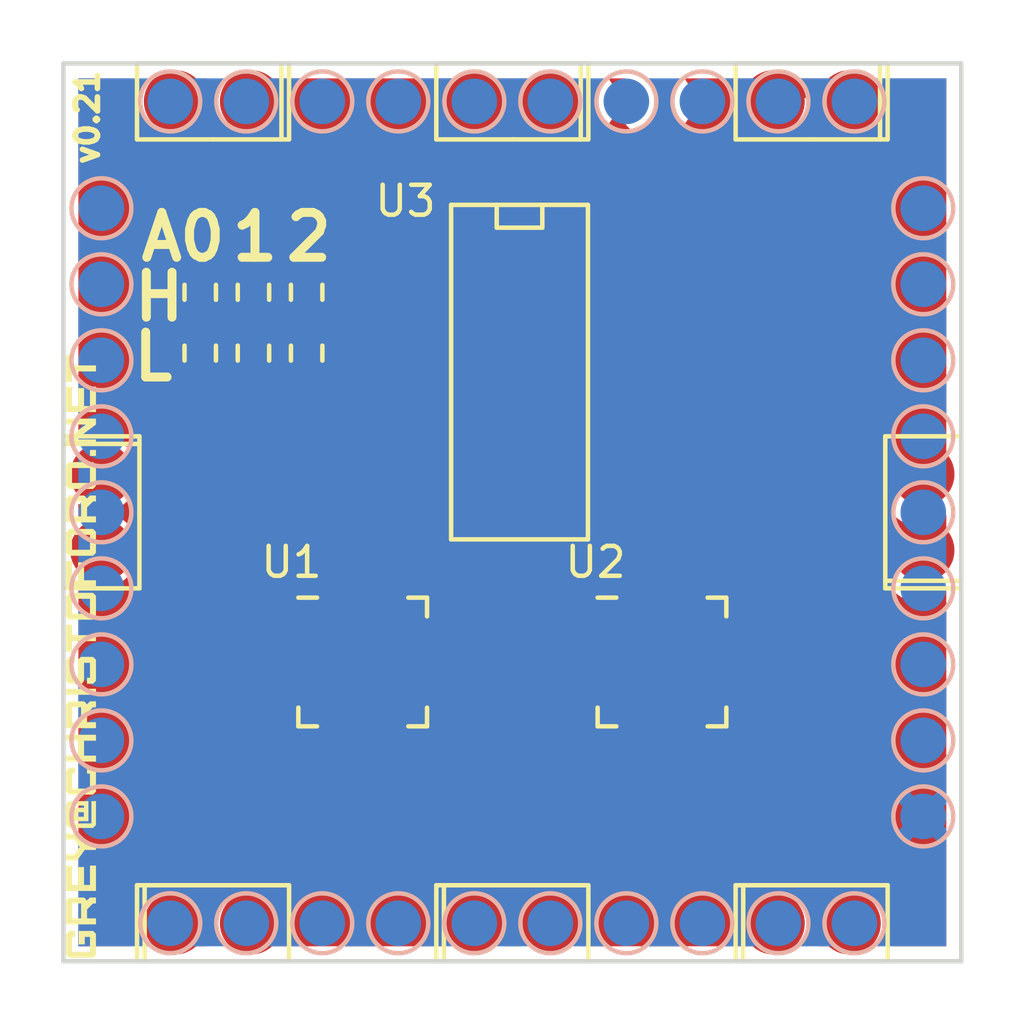
<source format=kicad_pcb>
(kicad_pcb (version 4) (host pcbnew 4.0.5)
  (layers (0 F.Cu mixed) (1 In1.Cu signal) (2 In2.Cu signal) (31 B.Cu mixed) (34 B.Paste user) (35 F.Paste user) (36 B.SilkS user) (37 F.SilkS user) (38 B.Mask user) (39 F.Mask user) (44 Edge.Cuts user))
  (net 0 "")
  (net 1 L_I)
  (net 2 L_V)
  (net 3 0_V)
  (net 4 0_I)
  (net 5 1_I)
  (net 6 1_V)
  (net 7 2_V)
  (net 8 2_I)
  (net 9 3_I)
  (net 10 3_V)
  (net 11 4_V)
  (net 12 4_I)
  (net 13 5_I)
  (net 14 5_V)
  (net 15 R_V)
  (net 16 R_I)
  (net 17 +5V)
  (net 18 A0)
  (net 19 GND)
  (net 20 A1)
  (net 21 A2)
  (net 22 I-)
  (net 23 I+)
  (net 24 "Net-(U1-Pad23)")
  (net 25 SCK)
  (net 26 MOSI)
  (net 27 V-)
  (net 28 V+)
  (net 29 SM_CS)
  (net 30 SDA)
  (net 31 SCL)
  (module myparts:812-22-002-30-007101 (layer F.Cu) (at 1.27 -16.27 270)
    (fp_text reference P39 hide)
    (fp_text value CONN_01X02)
    (fp_line (start -1.016 -1.27) (end -1.016 1.27) (layer F.SilkS) (width 0.15))
    (fp_line (start 1.27 -1.27) (end 3.81 -1.27) (layer F.SilkS) (width 0.15))
    (fp_line (start 3.81 -1.27) (end 3.81 1.27) (layer F.SilkS) (width 0.15))
    (fp_line (start 3.81 1.27) (end 1.27 1.27) (layer F.SilkS) (width 0.15))
    (fp_line (start -1.27 -1.27) (end -1.27 1.27) (layer F.SilkS) (width 0.15))
    (fp_line (start -1.27 1.27) (end 1.27 1.27) (layer F.SilkS) (width 0.15))
    (fp_line (start 1.27 -1.27) (end -1.27 -1.27) (layer F.SilkS) (width 0.15))
    (pad 1 smd circle (at 0 0 270) (size 2.0828 2.0828) (layers F.Cu F.Paste F.Mask) (net 1 L_I))
    (pad 2 smd circle (at 2.54 0 270) (size 2.0828 2.0828) (layers F.Cu F.Paste F.Mask) (net 2 L_V))
  )
  (module myparts:812-22-002-30-007101 (layer F.Cu) (at 6.27 -28.73 180)
    (fp_text reference P40 hide)
    (fp_text value CONN_01X02)
    (fp_line (start -1.016 -1.27) (end -1.016 1.27) (layer F.SilkS) (width 0.15))
    (fp_line (start 1.27 -1.27) (end 3.81 -1.27) (layer F.SilkS) (width 0.15))
    (fp_line (start 3.81 -1.27) (end 3.81 1.27) (layer F.SilkS) (width 0.15))
    (fp_line (start 3.81 1.27) (end 1.27 1.27) (layer F.SilkS) (width 0.15))
    (fp_line (start -1.27 -1.27) (end -1.27 1.27) (layer F.SilkS) (width 0.15))
    (fp_line (start -1.27 1.27) (end 1.27 1.27) (layer F.SilkS) (width 0.15))
    (fp_line (start 1.27 -1.27) (end -1.27 -1.27) (layer F.SilkS) (width 0.15))
    (pad 1 smd circle (at 0 0 180) (size 2.0828 2.0828) (layers F.Cu F.Paste F.Mask) (net 3 0_V))
    (pad 2 smd circle (at 2.54 0 180) (size 2.0828 2.0828) (layers F.Cu F.Paste F.Mask) (net 4 0_I))
  )
  (module myparts:812-22-002-30-007101 (layer F.Cu) (at 3.73 -1.27)
    (fp_text reference P41 hide)
    (fp_text value CONN_01X02)
    (fp_line (start -1.016 -1.27) (end -1.016 1.27) (layer F.SilkS) (width 0.15))
    (fp_line (start 1.27 -1.27) (end 3.81 -1.27) (layer F.SilkS) (width 0.15))
    (fp_line (start 3.81 -1.27) (end 3.81 1.27) (layer F.SilkS) (width 0.15))
    (fp_line (start 3.81 1.27) (end 1.27 1.27) (layer F.SilkS) (width 0.15))
    (fp_line (start -1.27 -1.27) (end -1.27 1.27) (layer F.SilkS) (width 0.15))
    (fp_line (start -1.27 1.27) (end 1.27 1.27) (layer F.SilkS) (width 0.15))
    (fp_line (start 1.27 -1.27) (end -1.27 -1.27) (layer F.SilkS) (width 0.15))
    (pad 1 smd circle (at 0 0) (size 2.0828 2.0828) (layers F.Cu F.Paste F.Mask) (net 5 1_I))
    (pad 2 smd circle (at 2.54 0) (size 2.0828 2.0828) (layers F.Cu F.Paste F.Mask) (net 6 1_V))
  )
  (module myparts:812-22-002-30-007101 (layer F.Cu) (at 16.27 -28.73 180)
    (fp_text reference P42 hide)
    (fp_text value CONN_01X02)
    (fp_line (start -1.016 -1.27) (end -1.016 1.27) (layer F.SilkS) (width 0.15))
    (fp_line (start 1.27 -1.27) (end 3.81 -1.27) (layer F.SilkS) (width 0.15))
    (fp_line (start 3.81 -1.27) (end 3.81 1.27) (layer F.SilkS) (width 0.15))
    (fp_line (start 3.81 1.27) (end 1.27 1.27) (layer F.SilkS) (width 0.15))
    (fp_line (start -1.27 -1.27) (end -1.27 1.27) (layer F.SilkS) (width 0.15))
    (fp_line (start -1.27 1.27) (end 1.27 1.27) (layer F.SilkS) (width 0.15))
    (fp_line (start 1.27 -1.27) (end -1.27 -1.27) (layer F.SilkS) (width 0.15))
    (pad 1 smd circle (at 0 0 180) (size 2.0828 2.0828) (layers F.Cu F.Paste F.Mask) (net 7 2_V))
    (pad 2 smd circle (at 2.54 0 180) (size 2.0828 2.0828) (layers F.Cu F.Paste F.Mask) (net 8 2_I))
  )
  (module myparts:812-22-002-30-007101 (layer F.Cu) (at 13.73 -1.27)
    (fp_text reference P43 hide)
    (fp_text value CONN_01X02)
    (fp_line (start -1.016 -1.27) (end -1.016 1.27) (layer F.SilkS) (width 0.15))
    (fp_line (start 1.27 -1.27) (end 3.81 -1.27) (layer F.SilkS) (width 0.15))
    (fp_line (start 3.81 -1.27) (end 3.81 1.27) (layer F.SilkS) (width 0.15))
    (fp_line (start 3.81 1.27) (end 1.27 1.27) (layer F.SilkS) (width 0.15))
    (fp_line (start -1.27 -1.27) (end -1.27 1.27) (layer F.SilkS) (width 0.15))
    (fp_line (start -1.27 1.27) (end 1.27 1.27) (layer F.SilkS) (width 0.15))
    (fp_line (start 1.27 -1.27) (end -1.27 -1.27) (layer F.SilkS) (width 0.15))
    (pad 1 smd circle (at 0 0) (size 2.0828 2.0828) (layers F.Cu F.Paste F.Mask) (net 9 3_I))
    (pad 2 smd circle (at 2.54 0) (size 2.0828 2.0828) (layers F.Cu F.Paste F.Mask) (net 10 3_V))
  )
  (module myparts:812-22-002-30-007101 (layer F.Cu) (at 26.27 -28.73 180)
    (fp_text reference P44 hide)
    (fp_text value CONN_01X02)
    (fp_line (start -1.016 -1.27) (end -1.016 1.27) (layer F.SilkS) (width 0.15))
    (fp_line (start 1.27 -1.27) (end 3.81 -1.27) (layer F.SilkS) (width 0.15))
    (fp_line (start 3.81 -1.27) (end 3.81 1.27) (layer F.SilkS) (width 0.15))
    (fp_line (start 3.81 1.27) (end 1.27 1.27) (layer F.SilkS) (width 0.15))
    (fp_line (start -1.27 -1.27) (end -1.27 1.27) (layer F.SilkS) (width 0.15))
    (fp_line (start -1.27 1.27) (end 1.27 1.27) (layer F.SilkS) (width 0.15))
    (fp_line (start 1.27 -1.27) (end -1.27 -1.27) (layer F.SilkS) (width 0.15))
    (pad 1 smd circle (at 0 0 180) (size 2.0828 2.0828) (layers F.Cu F.Paste F.Mask) (net 11 4_V))
    (pad 2 smd circle (at 2.54 0 180) (size 2.0828 2.0828) (layers F.Cu F.Paste F.Mask) (net 12 4_I))
  )
  (module myparts:812-22-002-30-007101 (layer F.Cu) (at 23.73 -1.27)
    (fp_text reference P45 hide)
    (fp_text value CONN_01X02)
    (fp_line (start -1.016 -1.27) (end -1.016 1.27) (layer F.SilkS) (width 0.15))
    (fp_line (start 1.27 -1.27) (end 3.81 -1.27) (layer F.SilkS) (width 0.15))
    (fp_line (start 3.81 -1.27) (end 3.81 1.27) (layer F.SilkS) (width 0.15))
    (fp_line (start 3.81 1.27) (end 1.27 1.27) (layer F.SilkS) (width 0.15))
    (fp_line (start -1.27 -1.27) (end -1.27 1.27) (layer F.SilkS) (width 0.15))
    (fp_line (start -1.27 1.27) (end 1.27 1.27) (layer F.SilkS) (width 0.15))
    (fp_line (start 1.27 -1.27) (end -1.27 -1.27) (layer F.SilkS) (width 0.15))
    (pad 1 smd circle (at 0 0) (size 2.0828 2.0828) (layers F.Cu F.Paste F.Mask) (net 13 5_I))
    (pad 2 smd circle (at 2.54 0) (size 2.0828 2.0828) (layers F.Cu F.Paste F.Mask) (net 14 5_V))
  )
  (module myparts:812-22-002-30-007101 (layer F.Cu) (at 28.73 -13.73 90)
    (fp_text reference P46 hide)
    (fp_text value CONN_01X02)
    (fp_line (start -1.016 -1.27) (end -1.016 1.27) (layer F.SilkS) (width 0.15))
    (fp_line (start 1.27 -1.27) (end 3.81 -1.27) (layer F.SilkS) (width 0.15))
    (fp_line (start 3.81 -1.27) (end 3.81 1.27) (layer F.SilkS) (width 0.15))
    (fp_line (start 3.81 1.27) (end 1.27 1.27) (layer F.SilkS) (width 0.15))
    (fp_line (start -1.27 -1.27) (end -1.27 1.27) (layer F.SilkS) (width 0.15))
    (fp_line (start -1.27 1.27) (end 1.27 1.27) (layer F.SilkS) (width 0.15))
    (fp_line (start 1.27 -1.27) (end -1.27 -1.27) (layer F.SilkS) (width 0.15))
    (pad 1 smd circle (at 0 0 90) (size 2.0828 2.0828) (layers F.Cu F.Paste F.Mask) (net 15 R_V))
    (pad 2 smd circle (at 2.54 0 90) (size 2.0828 2.0828) (layers F.Cu F.Paste F.Mask) (net 16 R_I))
  )
  (module Resistors_SMD:R_0402 (layer F.Cu) (at 4.572 -22.352 270)
    (fp_text reference R1 hide)
    (fp_text value R)
    (fp_line (start 0.25 -0.525) (end -0.25 -0.525) (layer F.SilkS) (width 0.15))
    (fp_line (start -0.25 0.525) (end 0.25 0.525) (layer F.SilkS) (width 0.15))
    (pad 1 smd rect (at -0.45 0 270) (size 0.4 0.6) (layers F.Cu F.Paste F.Mask) (net 17 +5V))
    (pad 2 smd rect (at 0.45 0 270) (size 0.4 0.6) (layers F.Cu F.Paste F.Mask) (net 18 A0))
  )
  (module Resistors_SMD:R_0402 (layer F.Cu) (at 4.572 -20.32 270)
    (fp_text reference R2 hide)
    (fp_text value R)
    (fp_line (start 0.25 -0.525) (end -0.25 -0.525) (layer F.SilkS) (width 0.15))
    (fp_line (start -0.25 0.525) (end 0.25 0.525) (layer F.SilkS) (width 0.15))
    (pad 1 smd rect (at -0.45 0 270) (size 0.4 0.6) (layers F.Cu F.Paste F.Mask) (net 18 A0))
    (pad 2 smd rect (at 0.45 0 270) (size 0.4 0.6) (layers F.Cu F.Paste F.Mask) (net 19 GND))
  )
  (module Resistors_SMD:R_0402 (layer F.Cu) (at 6.35 -22.352 270)
    (fp_text reference R3 hide)
    (fp_text value R)
    (fp_line (start 0.25 -0.525) (end -0.25 -0.525) (layer F.SilkS) (width 0.15))
    (fp_line (start -0.25 0.525) (end 0.25 0.525) (layer F.SilkS) (width 0.15))
    (pad 1 smd rect (at -0.45 0 270) (size 0.4 0.6) (layers F.Cu F.Paste F.Mask) (net 17 +5V))
    (pad 2 smd rect (at 0.45 0 270) (size 0.4 0.6) (layers F.Cu F.Paste F.Mask) (net 20 A1))
  )
  (module Resistors_SMD:R_0402 (layer F.Cu) (at 6.35 -20.32 270)
    (fp_text reference R4 hide)
    (fp_text value R)
    (fp_line (start 0.25 -0.525) (end -0.25 -0.525) (layer F.SilkS) (width 0.15))
    (fp_line (start -0.25 0.525) (end 0.25 0.525) (layer F.SilkS) (width 0.15))
    (pad 1 smd rect (at -0.45 0 270) (size 0.4 0.6) (layers F.Cu F.Paste F.Mask) (net 20 A1))
    (pad 2 smd rect (at 0.45 0 270) (size 0.4 0.6) (layers F.Cu F.Paste F.Mask) (net 19 GND))
  )
  (module Resistors_SMD:R_0402 (layer F.Cu) (at 8.128 -22.352 270)
    (fp_text reference R5 hide)
    (fp_text value R)
    (fp_line (start 0.25 -0.525) (end -0.25 -0.525) (layer F.SilkS) (width 0.15))
    (fp_line (start -0.25 0.525) (end 0.25 0.525) (layer F.SilkS) (width 0.15))
    (pad 1 smd rect (at -0.45 0 270) (size 0.4 0.6) (layers F.Cu F.Paste F.Mask) (net 17 +5V))
    (pad 2 smd rect (at 0.45 0 270) (size 0.4 0.6) (layers F.Cu F.Paste F.Mask) (net 21 A2))
  )
  (module Resistors_SMD:R_0402 (layer F.Cu) (at 8.128 -20.32 270)
    (fp_text reference R6 hide)
    (fp_text value R)
    (fp_line (start 0.25 -0.525) (end -0.25 -0.525) (layer F.SilkS) (width 0.15))
    (fp_line (start -0.25 0.525) (end 0.25 0.525) (layer F.SilkS) (width 0.15))
    (pad 1 smd rect (at -0.45 0 270) (size 0.4 0.6) (layers F.Cu F.Paste F.Mask) (net 21 A2))
    (pad 2 smd rect (at 0.45 0 270) (size 0.4 0.6) (layers F.Cu F.Paste F.Mask) (net 19 GND))
  )
  (module Housings_DFN_QFN:QFN-28-1EP_4x4mm_Pitch0.4mm (layer F.Cu) (at 10 -10)
    (fp_text reference U1 (at -2.38 -3.335) (layer F.SilkS))
    (fp_text value MAX14662)
    (fp_line (start 2.15 -2.15) (end 2.15 -1.525) (layer F.SilkS) (width 0.15))
    (fp_line (start -2.15 2.15) (end -2.15 1.525) (layer F.SilkS) (width 0.15))
    (fp_line (start 2.15 2.15) (end 2.15 1.525) (layer F.SilkS) (width 0.15))
    (fp_line (start -2.15 -2.15) (end -1.525 -2.15) (layer F.SilkS) (width 0.15))
    (fp_line (start -2.15 2.15) (end -1.525 2.15) (layer F.SilkS) (width 0.15))
    (fp_line (start 2.15 2.15) (end 1.525 2.15) (layer F.SilkS) (width 0.15))
    (fp_line (start 2.15 -2.15) (end 1.525 -2.15) (layer F.SilkS) (width 0.15))
    (pad 1 smd rect (at -1.95 -1.2) (size 0.8 0.2) (layers F.Cu F.Paste F.Mask) (net 17 +5V))
    (pad 2 smd rect (at -1.95 -0.8) (size 0.8 0.2) (layers F.Cu F.Paste F.Mask) (net 1 L_I))
    (pad 3 smd rect (at -1.95 -0.4) (size 0.8 0.2) (layers F.Cu F.Paste F.Mask) (net 4 0_I))
    (pad 4 smd rect (at -1.95 0) (size 0.8 0.2) (layers F.Cu F.Paste F.Mask) (net 5 1_I))
    (pad 5 smd rect (at -1.95 0.4) (size 0.8 0.2) (layers F.Cu F.Paste F.Mask) (net 8 2_I))
    (pad 6 smd rect (at -1.95 0.8) (size 0.8 0.2) (layers F.Cu F.Paste F.Mask) (net 9 3_I))
    (pad 7 smd rect (at -1.95 1.2) (size 0.8 0.2) (layers F.Cu F.Paste F.Mask) (net 12 4_I))
    (pad 8 smd rect (at -1.2 1.95 90) (size 0.8 0.2) (layers F.Cu F.Paste F.Mask) (net 13 5_I))
    (pad 9 smd rect (at -0.8 1.95 90) (size 0.8 0.2) (layers F.Cu F.Paste F.Mask) (net 16 R_I))
    (pad 10 smd rect (at -0.4 1.95 90) (size 0.8 0.2) (layers F.Cu F.Paste F.Mask))
    (pad 11 smd rect (at 0 1.95 90) (size 0.8 0.2) (layers F.Cu F.Paste F.Mask) (net 19 GND))
    (pad 12 smd rect (at 0.4 1.95 90) (size 0.8 0.2) (layers F.Cu F.Paste F.Mask))
    (pad 13 smd rect (at 0.8 1.95 90) (size 0.8 0.2) (layers F.Cu F.Paste F.Mask))
    (pad 14 smd rect (at 1.2 1.95 90) (size 0.8 0.2) (layers F.Cu F.Paste F.Mask) (net 22 I-))
    (pad 15 smd rect (at 1.95 1.2) (size 0.8 0.2) (layers F.Cu F.Paste F.Mask) (net 23 I+))
    (pad 16 smd rect (at 1.95 0.8) (size 0.8 0.2) (layers F.Cu F.Paste F.Mask) (net 23 I+))
    (pad 17 smd rect (at 1.95 0.4) (size 0.8 0.2) (layers F.Cu F.Paste F.Mask) (net 23 I+))
    (pad 18 smd rect (at 1.95 0) (size 0.8 0.2) (layers F.Cu F.Paste F.Mask) (net 23 I+))
    (pad 19 smd rect (at 1.95 -0.4) (size 0.8 0.2) (layers F.Cu F.Paste F.Mask) (net 23 I+))
    (pad 20 smd rect (at 1.95 -0.8) (size 0.8 0.2) (layers F.Cu F.Paste F.Mask) (net 23 I+))
    (pad 21 smd rect (at 1.95 -1.2) (size 0.8 0.2) (layers F.Cu F.Paste F.Mask) (net 22 I-))
    (pad 22 smd rect (at 1.2 -1.95 90) (size 0.8 0.2) (layers F.Cu F.Paste F.Mask) (net 17 +5V))
    (pad 23 smd rect (at 0.8 -1.95 90) (size 0.8 0.2) (layers F.Cu F.Paste F.Mask) (net 24 "Net-(U1-Pad23)"))
    (pad 24 smd rect (at 0.4 -1.95 90) (size 0.8 0.2) (layers F.Cu F.Paste F.Mask) (net 25 SCK))
    (pad 25 smd rect (at 0 -1.95 90) (size 0.8 0.2) (layers F.Cu F.Paste F.Mask) (net 19 GND))
    (pad 26 smd rect (at -0.4 -1.95 90) (size 0.8 0.2) (layers F.Cu F.Paste F.Mask) (net 17 +5V))
    (pad 27 smd rect (at -0.8 -1.95 90) (size 0.8 0.2) (layers F.Cu F.Paste F.Mask) (net 26 MOSI))
    (pad 28 smd rect (at -1.2 -1.95 90) (size 0.8 0.2) (layers F.Cu F.Paste F.Mask))
    (pad 29 smd rect (at 0.6 0.6) (size 1.2 1.2) (layers F.Cu F.Paste F.Mask))
    (pad 29 smd rect (at 0.6 -0.6) (size 1.2 1.2) (layers F.Cu F.Paste F.Mask))
    (pad 29 smd rect (at -0.6 0.6) (size 1.2 1.2) (layers F.Cu F.Paste F.Mask))
    (pad 29 smd rect (at -0.6 -0.6) (size 1.2 1.2) (layers F.Cu F.Paste F.Mask))
  )
  (module Housings_DFN_QFN:QFN-28-1EP_4x4mm_Pitch0.4mm (layer F.Cu) (at 20 -10)
    (fp_text reference U2 (at -2.22 -3.335) (layer F.SilkS))
    (fp_text value MAX14662)
    (fp_line (start 2.15 -2.15) (end 2.15 -1.525) (layer F.SilkS) (width 0.15))
    (fp_line (start -2.15 2.15) (end -2.15 1.525) (layer F.SilkS) (width 0.15))
    (fp_line (start 2.15 2.15) (end 2.15 1.525) (layer F.SilkS) (width 0.15))
    (fp_line (start -2.15 -2.15) (end -1.525 -2.15) (layer F.SilkS) (width 0.15))
    (fp_line (start -2.15 2.15) (end -1.525 2.15) (layer F.SilkS) (width 0.15))
    (fp_line (start 2.15 2.15) (end 1.525 2.15) (layer F.SilkS) (width 0.15))
    (fp_line (start 2.15 -2.15) (end 1.525 -2.15) (layer F.SilkS) (width 0.15))
    (pad 1 smd rect (at -1.95 -1.2) (size 0.8 0.2) (layers F.Cu F.Paste F.Mask) (net 17 +5V))
    (pad 2 smd rect (at -1.95 -0.8) (size 0.8 0.2) (layers F.Cu F.Paste F.Mask) (net 2 L_V))
    (pad 3 smd rect (at -1.95 -0.4) (size 0.8 0.2) (layers F.Cu F.Paste F.Mask) (net 3 0_V))
    (pad 4 smd rect (at -1.95 0) (size 0.8 0.2) (layers F.Cu F.Paste F.Mask) (net 6 1_V))
    (pad 5 smd rect (at -1.95 0.4) (size 0.8 0.2) (layers F.Cu F.Paste F.Mask) (net 7 2_V))
    (pad 6 smd rect (at -1.95 0.8) (size 0.8 0.2) (layers F.Cu F.Paste F.Mask) (net 10 3_V))
    (pad 7 smd rect (at -1.95 1.2) (size 0.8 0.2) (layers F.Cu F.Paste F.Mask) (net 11 4_V))
    (pad 8 smd rect (at -1.2 1.95 90) (size 0.8 0.2) (layers F.Cu F.Paste F.Mask) (net 14 5_V))
    (pad 9 smd rect (at -0.8 1.95 90) (size 0.8 0.2) (layers F.Cu F.Paste F.Mask) (net 15 R_V))
    (pad 10 smd rect (at -0.4 1.95 90) (size 0.8 0.2) (layers F.Cu F.Paste F.Mask))
    (pad 11 smd rect (at 0 1.95 90) (size 0.8 0.2) (layers F.Cu F.Paste F.Mask) (net 19 GND))
    (pad 12 smd rect (at 0.4 1.95 90) (size 0.8 0.2) (layers F.Cu F.Paste F.Mask))
    (pad 13 smd rect (at 0.8 1.95 90) (size 0.8 0.2) (layers F.Cu F.Paste F.Mask))
    (pad 14 smd rect (at 1.2 1.95 90) (size 0.8 0.2) (layers F.Cu F.Paste F.Mask) (net 27 V-))
    (pad 15 smd rect (at 1.95 1.2) (size 0.8 0.2) (layers F.Cu F.Paste F.Mask) (net 28 V+))
    (pad 16 smd rect (at 1.95 0.8) (size 0.8 0.2) (layers F.Cu F.Paste F.Mask) (net 28 V+))
    (pad 17 smd rect (at 1.95 0.4) (size 0.8 0.2) (layers F.Cu F.Paste F.Mask) (net 28 V+))
    (pad 18 smd rect (at 1.95 0) (size 0.8 0.2) (layers F.Cu F.Paste F.Mask) (net 28 V+))
    (pad 19 smd rect (at 1.95 -0.4) (size 0.8 0.2) (layers F.Cu F.Paste F.Mask) (net 28 V+))
    (pad 20 smd rect (at 1.95 -0.8) (size 0.8 0.2) (layers F.Cu F.Paste F.Mask) (net 28 V+))
    (pad 21 smd rect (at 1.95 -1.2) (size 0.8 0.2) (layers F.Cu F.Paste F.Mask) (net 27 V-))
    (pad 22 smd rect (at 1.2 -1.95 90) (size 0.8 0.2) (layers F.Cu F.Paste F.Mask) (net 17 +5V))
    (pad 23 smd rect (at 0.8 -1.95 90) (size 0.8 0.2) (layers F.Cu F.Paste F.Mask) (net 29 SM_CS))
    (pad 24 smd rect (at 0.4 -1.95 90) (size 0.8 0.2) (layers F.Cu F.Paste F.Mask) (net 25 SCK))
    (pad 25 smd rect (at 0 -1.95 90) (size 0.8 0.2) (layers F.Cu F.Paste F.Mask) (net 19 GND))
    (pad 26 smd rect (at -0.4 -1.95 90) (size 0.8 0.2) (layers F.Cu F.Paste F.Mask) (net 17 +5V))
    (pad 27 smd rect (at -0.8 -1.95 90) (size 0.8 0.2) (layers F.Cu F.Paste F.Mask) (net 26 MOSI))
    (pad 28 smd rect (at -1.2 -1.95 90) (size 0.8 0.2) (layers F.Cu F.Paste F.Mask) (net 24 "Net-(U1-Pad23)"))
    (pad 29 smd rect (at 0.6 0.6) (size 1.2 1.2) (layers F.Cu F.Paste F.Mask))
    (pad 29 smd rect (at 0.6 -0.6) (size 1.2 1.2) (layers F.Cu F.Paste F.Mask))
    (pad 29 smd rect (at -0.6 0.6) (size 1.2 1.2) (layers F.Cu F.Paste F.Mask))
    (pad 29 smd rect (at -0.6 -0.6) (size 1.2 1.2) (layers F.Cu F.Paste F.Mask))
  )
  (module SMD_Packages:SO-16-N (layer F.Cu) (at 15.24 -19.685 270)
    (fp_text reference U3 (at -5.715 3.81 360) (layer F.SilkS))
    (fp_text value PCF8574)
    (fp_line (start -5.588 -0.762) (end -4.826 -0.762) (layer F.SilkS) (width 0.15))
    (fp_line (start -4.826 -0.762) (end -4.826 0.762) (layer F.SilkS) (width 0.15))
    (fp_line (start -4.826 0.762) (end -5.588 0.762) (layer F.SilkS) (width 0.15))
    (fp_line (start 5.588 -2.286) (end 5.588 2.286) (layer F.SilkS) (width 0.15))
    (fp_line (start 5.588 2.286) (end -5.588 2.286) (layer F.SilkS) (width 0.15))
    (fp_line (start -5.588 2.286) (end -5.588 -2.286) (layer F.SilkS) (width 0.15))
    (fp_line (start -5.588 -2.286) (end 5.588 -2.286) (layer F.SilkS) (width 0.15))
    (pad 16 smd rect (at -4.445 -3.175 270) (size 0.508 1.143) (layers F.Cu F.Paste F.Mask) (net 17 +5V))
    (pad 14 smd rect (at -1.905 -3.175 270) (size 0.508 1.143) (layers F.Cu F.Paste F.Mask) (net 31 SCL))
    (pad 13 smd rect (at -0.635 -3.175 270) (size 0.508 1.143) (layers F.Cu F.Paste F.Mask))
    (pad 12 smd rect (at 0.635 -3.175 270) (size 0.508 1.143) (layers F.Cu F.Paste F.Mask))
    (pad 11 smd rect (at 1.905 -3.175 270) (size 0.508 1.143) (layers F.Cu F.Paste F.Mask))
    (pad 10 smd rect (at 3.175 -3.175 270) (size 0.508 1.143) (layers F.Cu F.Paste F.Mask))
    (pad 9 smd rect (at 4.445 -3.175 270) (size 0.508 1.143) (layers F.Cu F.Paste F.Mask))
    (pad 8 smd rect (at 4.445 3.175 270) (size 0.508 1.143) (layers F.Cu F.Paste F.Mask) (net 19 GND))
    (pad 7 smd rect (at 3.175 3.175 270) (size 0.508 1.143) (layers F.Cu F.Paste F.Mask))
    (pad 6 smd rect (at 1.905 3.175 270) (size 0.508 1.143) (layers F.Cu F.Paste F.Mask))
    (pad 5 smd rect (at 0.635 3.175 270) (size 0.508 1.143) (layers F.Cu F.Paste F.Mask))
    (pad 4 smd rect (at -0.635 3.175 270) (size 0.508 1.143) (layers F.Cu F.Paste F.Mask) (net 29 SM_CS))
    (pad 3 smd rect (at -1.905 3.175 270) (size 0.508 1.143) (layers F.Cu F.Paste F.Mask) (net 21 A2))
    (pad 2 smd rect (at -3.175 3.175 270) (size 0.508 1.143) (layers F.Cu F.Paste F.Mask) (net 20 A1))
    (pad 1 smd rect (at -4.445 3.175 270) (size 0.508 1.143) (layers F.Cu F.Paste F.Mask) (net 18 A0))
    (pad 15 smd rect (at -3.175 -3.175 270) (size 0.508 1.143) (layers F.Cu F.Paste F.Mask) (net 30 SDA))
  )
  (module myparts:0508-0-00-15-00-00-03-0 (layer B.Cu) (at 1.27 -25.16 270)
    (fp_text reference P1 hide)
    (fp_text value CONN_01X01)
    (fp_circle (center 0 0) (end 1 0) (layer B.SilkS) (width 0.15))
    (pad 1 smd circle (at 0 0 270) (size 1.524 1.524) (layers B.Cu B.Paste B.Mask) (net 26 MOSI))
  )
  (module myparts:0508-0-00-15-00-00-03-0 (layer B.Cu) (at 1.27 -22.62 270)
    (fp_text reference P2 hide)
    (fp_text value CONN_01X01)
    (fp_circle (center 0 0) (end 1 0) (layer B.SilkS) (width 0.15))
    (pad 1 smd circle (at 0 0 270) (size 1.524 1.524) (layers B.Cu B.Paste B.Mask))
  )
  (module myparts:0508-0-00-15-00-00-03-0 (layer B.Cu) (at 1.27 -20.08 270)
    (fp_text reference P3 hide)
    (fp_text value CONN_01X01)
    (fp_circle (center 0 0) (end 1 0) (layer B.SilkS) (width 0.15))
    (pad 1 smd circle (at 0 0 270) (size 1.524 1.524) (layers B.Cu B.Paste B.Mask) (net 25 SCK))
  )
  (module myparts:0508-0-00-15-00-00-03-0 (layer B.Cu) (at 1.27 -17.54 270)
    (fp_text reference P4 hide)
    (fp_text value CONN_01X01)
    (fp_circle (center 0 0) (end 1 0) (layer B.SilkS) (width 0.15))
    (pad 1 smd circle (at 0 0 270) (size 1.524 1.524) (layers B.Cu B.Paste B.Mask) (net 1 L_I))
  )
  (module myparts:0508-0-00-15-00-00-03-0 (layer B.Cu) (at 1.27 -15 270)
    (fp_text reference P5 hide)
    (fp_text value CONN_01X01)
    (fp_circle (center 0 0) (end 1 0) (layer B.SilkS) (width 0.15))
    (pad 1 smd circle (at 0 0 270) (size 1.524 1.524) (layers B.Cu B.Paste B.Mask))
  )
  (module myparts:0508-0-00-15-00-00-03-0 (layer B.Cu) (at 1.27 -12.46 270)
    (fp_text reference P6 hide)
    (fp_text value CONN_01X01)
    (fp_circle (center 0 0) (end 1 0) (layer B.SilkS) (width 0.15))
    (pad 1 smd circle (at 0 0 270) (size 1.524 1.524) (layers B.Cu B.Paste B.Mask) (net 2 L_V))
  )
  (module myparts:0508-0-00-15-00-00-03-0 (layer B.Cu) (at 1.27 -9.92 270)
    (fp_text reference P7 hide)
    (fp_text value CONN_01X01)
    (fp_circle (center 0 0) (end 1 0) (layer B.SilkS) (width 0.15))
    (pad 1 smd circle (at 0 0 270) (size 1.524 1.524) (layers B.Cu B.Paste B.Mask))
  )
  (module myparts:0508-0-00-15-00-00-03-0 (layer B.Cu) (at 1.27 -7.38 270)
    (fp_text reference P8 hide)
    (fp_text value CONN_01X01)
    (fp_circle (center 0 0) (end 1 0) (layer B.SilkS) (width 0.15))
    (pad 1 smd circle (at 0 0 270) (size 1.524 1.524) (layers B.Cu B.Paste B.Mask) (net 30 SDA))
  )
  (module myparts:0508-0-00-15-00-00-03-0 (layer B.Cu) (at 1.27 -4.84 270)
    (fp_text reference P9 hide)
    (fp_text value CONN_01X01)
    (fp_circle (center 0 0) (end 1 0) (layer B.SilkS) (width 0.15))
    (pad 1 smd circle (at 0 0 270) (size 1.524 1.524) (layers B.Cu B.Paste B.Mask) (net 31 SCL))
  )
  (module myparts:0508-0-00-15-00-00-03-0 (layer B.Cu) (at 3.57 -28.73)
    (fp_text reference P10 hide)
    (fp_text value CONN_01X01)
    (fp_circle (center 0 0) (end 1 0) (layer B.SilkS) (width 0.15))
    (pad 1 smd circle (at 0 0) (size 1.524 1.524) (layers B.Cu B.Paste B.Mask) (net 4 0_I))
  )
  (module myparts:0508-0-00-15-00-00-03-0 (layer B.Cu) (at 3.57 -1.27)
    (fp_text reference P11 hide)
    (fp_text value CONN_01X01)
    (fp_circle (center 0 0) (end 1 0) (layer B.SilkS) (width 0.15))
    (pad 1 smd circle (at 0 0) (size 1.524 1.524) (layers B.Cu B.Paste B.Mask) (net 5 1_I))
  )
  (module myparts:0508-0-00-15-00-00-03-0 (layer B.Cu) (at 6.11 -28.73)
    (fp_text reference P12 hide)
    (fp_text value CONN_01X01)
    (fp_circle (center 0 0) (end 1 0) (layer B.SilkS) (width 0.15))
    (pad 1 smd circle (at 0 0) (size 1.524 1.524) (layers B.Cu B.Paste B.Mask) (net 3 0_V))
  )
  (module myparts:0508-0-00-15-00-00-03-0 (layer B.Cu) (at 6.11 -1.27)
    (fp_text reference P13 hide)
    (fp_text value CONN_01X01)
    (fp_circle (center 0 0) (end 1 0) (layer B.SilkS) (width 0.15))
    (pad 1 smd circle (at 0 0) (size 1.524 1.524) (layers B.Cu B.Paste B.Mask) (net 6 1_V))
  )
  (module myparts:0508-0-00-15-00-00-03-0 (layer B.Cu) (at 8.65 -28.73)
    (fp_text reference P14 hide)
    (fp_text value CONN_01X01)
    (fp_circle (center 0 0) (end 1 0) (layer B.SilkS) (width 0.15))
    (pad 1 smd circle (at 0 0) (size 1.524 1.524) (layers B.Cu B.Paste B.Mask))
  )
  (module myparts:0508-0-00-15-00-00-03-0 (layer B.Cu) (at 8.65 -1.27)
    (fp_text reference P15 hide)
    (fp_text value CONN_01X01)
    (fp_circle (center 0 0) (end 1 0) (layer B.SilkS) (width 0.15))
    (pad 1 smd circle (at 0 0) (size 1.524 1.524) (layers B.Cu B.Paste B.Mask) (net 23 I+))
  )
  (module myparts:0508-0-00-15-00-00-03-0 (layer B.Cu) (at 11.19 -28.73)
    (fp_text reference P16 hide)
    (fp_text value CONN_01X01)
    (fp_circle (center 0 0) (end 1 0) (layer B.SilkS) (width 0.15))
    (pad 1 smd circle (at 0 0) (size 1.524 1.524) (layers B.Cu B.Paste B.Mask))
  )
  (module myparts:0508-0-00-15-00-00-03-0 (layer B.Cu) (at 11.19 -1.27)
    (fp_text reference P17 hide)
    (fp_text value CONN_01X01)
    (fp_circle (center 0 0) (end 1 0) (layer B.SilkS) (width 0.15))
    (pad 1 smd circle (at 0 0) (size 1.524 1.524) (layers B.Cu B.Paste B.Mask) (net 28 V+))
  )
  (module myparts:0508-0-00-15-00-00-03-0 (layer B.Cu) (at 13.73 -28.73)
    (fp_text reference P18 hide)
    (fp_text value CONN_01X01)
    (fp_circle (center 0 0) (end 1 0) (layer B.SilkS) (width 0.15))
    (pad 1 smd circle (at 0 0) (size 1.524 1.524) (layers B.Cu B.Paste B.Mask) (net 8 2_I))
  )
  (module myparts:0508-0-00-15-00-00-03-0 (layer B.Cu) (at 13.73 -1.27)
    (fp_text reference P19 hide)
    (fp_text value CONN_01X01)
    (fp_circle (center 0 0) (end 1 0) (layer B.SilkS) (width 0.15))
    (pad 1 smd circle (at 0 0) (size 1.524 1.524) (layers B.Cu B.Paste B.Mask) (net 9 3_I))
  )
  (module myparts:0508-0-00-15-00-00-03-0 (layer B.Cu) (at 16.27 -28.73)
    (fp_text reference P20 hide)
    (fp_text value CONN_01X01)
    (fp_circle (center 0 0) (end 1 0) (layer B.SilkS) (width 0.15))
    (pad 1 smd circle (at 0 0) (size 1.524 1.524) (layers B.Cu B.Paste B.Mask) (net 7 2_V))
  )
  (module myparts:0508-0-00-15-00-00-03-0 (layer B.Cu) (at 16.27 -1.27)
    (fp_text reference P21 hide)
    (fp_text value CONN_01X01)
    (fp_circle (center 0 0) (end 1 0) (layer B.SilkS) (width 0.15))
    (pad 1 smd circle (at 0 0) (size 1.524 1.524) (layers B.Cu B.Paste B.Mask) (net 10 3_V))
  )
  (module myparts:0508-0-00-15-00-00-03-0 (layer B.Cu) (at 18.81 -28.73)
    (fp_text reference P22 hide)
    (fp_text value CONN_01X01)
    (fp_circle (center 0 0) (end 1 0) (layer B.SilkS) (width 0.15))
    (pad 1 smd circle (at 0 0) (size 1.524 1.524) (layers B.Cu B.Paste B.Mask))
  )
  (module myparts:0508-0-00-15-00-00-03-0 (layer B.Cu) (at 18.81 -1.27)
    (fp_text reference P23 hide)
    (fp_text value CONN_01X01)
    (fp_circle (center 0 0) (end 1 0) (layer B.SilkS) (width 0.15))
    (pad 1 smd circle (at 0 0) (size 1.524 1.524) (layers B.Cu B.Paste B.Mask) (net 27 V-))
  )
  (module myparts:0508-0-00-15-00-00-03-0 (layer B.Cu) (at 21.35 -28.73)
    (fp_text reference P24 hide)
    (fp_text value CONN_01X01)
    (fp_circle (center 0 0) (end 1 0) (layer B.SilkS) (width 0.15))
    (pad 1 smd circle (at 0 0) (size 1.524 1.524) (layers B.Cu B.Paste B.Mask))
  )
  (module myparts:0508-0-00-15-00-00-03-0 (layer B.Cu) (at 21.35 -1.27)
    (fp_text reference P25 hide)
    (fp_text value CONN_01X01)
    (fp_circle (center 0 0) (end 1 0) (layer B.SilkS) (width 0.15))
    (pad 1 smd circle (at 0 0) (size 1.524 1.524) (layers B.Cu B.Paste B.Mask) (net 22 I-))
  )
  (module myparts:0508-0-00-15-00-00-03-0 (layer B.Cu) (at 23.89 -28.73)
    (fp_text reference P26 hide)
    (fp_text value CONN_01X01)
    (fp_circle (center 0 0) (end 1 0) (layer B.SilkS) (width 0.15))
    (pad 1 smd circle (at 0 0) (size 1.524 1.524) (layers B.Cu B.Paste B.Mask) (net 12 4_I))
  )
  (module myparts:0508-0-00-15-00-00-03-0 (layer B.Cu) (at 23.89 -1.27)
    (fp_text reference P27 hide)
    (fp_text value CONN_01X01)
    (fp_circle (center 0 0) (end 1 0) (layer B.SilkS) (width 0.15))
    (pad 1 smd circle (at 0 0) (size 1.524 1.524) (layers B.Cu B.Paste B.Mask) (net 13 5_I))
  )
  (module myparts:0508-0-00-15-00-00-03-0 (layer B.Cu) (at 26.43 -28.73)
    (fp_text reference P28 hide)
    (fp_text value CONN_01X01)
    (fp_circle (center 0 0) (end 1 0) (layer B.SilkS) (width 0.15))
    (pad 1 smd circle (at 0 0) (size 1.524 1.524) (layers B.Cu B.Paste B.Mask) (net 11 4_V))
  )
  (module myparts:0508-0-00-15-00-00-03-0 (layer B.Cu) (at 26.43 -1.27)
    (fp_text reference P29 hide)
    (fp_text value CONN_01X01)
    (fp_circle (center 0 0) (end 1 0) (layer B.SilkS) (width 0.15))
    (pad 1 smd circle (at 0 0) (size 1.524 1.524) (layers B.Cu B.Paste B.Mask) (net 14 5_V))
  )
  (module myparts:0508-0-00-15-00-00-03-0 (layer B.Cu) (at 28.73 -25.16 90)
    (fp_text reference P30 hide)
    (fp_text value CONN_01X01)
    (fp_circle (center 0 0) (end 1 0) (layer B.SilkS) (width 0.15))
    (pad 1 smd circle (at 0 0 90) (size 1.524 1.524) (layers B.Cu B.Paste B.Mask) (net 17 +5V))
  )
  (module myparts:0508-0-00-15-00-00-03-0 (layer B.Cu) (at 28.73 -22.62 90)
    (fp_text reference P31 hide)
    (fp_text value CONN_01X01)
    (fp_circle (center 0 0) (end 1 0) (layer B.SilkS) (width 0.15))
    (pad 1 smd circle (at 0 0 90) (size 1.524 1.524) (layers B.Cu B.Paste B.Mask))
  )
  (module myparts:0508-0-00-15-00-00-03-0 (layer B.Cu) (at 28.73 -20.08 90)
    (fp_text reference P32 hide)
    (fp_text value CONN_01X01)
    (fp_circle (center 0 0) (end 1 0) (layer B.SilkS) (width 0.15))
    (pad 1 smd circle (at 0 0 90) (size 1.524 1.524) (layers B.Cu B.Paste B.Mask))
  )
  (module myparts:0508-0-00-15-00-00-03-0 (layer B.Cu) (at 28.73 -17.54 90)
    (fp_text reference P33 hide)
    (fp_text value CONN_01X01)
    (fp_circle (center 0 0) (end 1 0) (layer B.SilkS) (width 0.15))
    (pad 1 smd circle (at 0 0 90) (size 1.524 1.524) (layers B.Cu B.Paste B.Mask) (net 16 R_I))
  )
  (module myparts:0508-0-00-15-00-00-03-0 (layer B.Cu) (at 28.73 -15 90)
    (fp_text reference P34 hide)
    (fp_text value CONN_01X01)
    (fp_circle (center 0 0) (end 1 0) (layer B.SilkS) (width 0.15))
    (pad 1 smd circle (at 0 0 90) (size 1.524 1.524) (layers B.Cu B.Paste B.Mask))
  )
  (module myparts:0508-0-00-15-00-00-03-0 (layer B.Cu) (at 28.73 -12.46 90)
    (fp_text reference P35 hide)
    (fp_text value CONN_01X01)
    (fp_circle (center 0 0) (end 1 0) (layer B.SilkS) (width 0.15))
    (pad 1 smd circle (at 0 0 90) (size 1.524 1.524) (layers B.Cu B.Paste B.Mask) (net 15 R_V))
  )
  (module myparts:0508-0-00-15-00-00-03-0 (layer B.Cu) (at 28.73 -9.92 90)
    (fp_text reference P36 hide)
    (fp_text value CONN_01X01)
    (fp_circle (center 0 0) (end 1 0) (layer B.SilkS) (width 0.15))
    (pad 1 smd circle (at 0 0 90) (size 1.524 1.524) (layers B.Cu B.Paste B.Mask))
  )
  (module myparts:0508-0-00-15-00-00-03-0 (layer B.Cu) (at 28.73 -7.38 90)
    (fp_text reference P37 hide)
    (fp_text value CONN_01X01)
    (fp_circle (center 0 0) (end 1 0) (layer B.SilkS) (width 0.15))
    (pad 1 smd circle (at 0 0 90) (size 1.524 1.524) (layers B.Cu B.Paste B.Mask))
  )
  (module myparts:0508-0-00-15-00-00-03-0 (layer B.Cu) (at 28.73 -4.84 90)
    (fp_text reference P38 hide)
    (fp_text value CONN_01X01)
    (fp_circle (center 0 0) (end 1 0) (layer B.SilkS) (width 0.15))
    (pad 1 smd circle (at 0 0 90) (size 1.524 1.524) (layers B.Cu B.Paste B.Mask) (net 19 GND))
  )
  (module myparts:logo_small (layer F.Cu) (at 0.6 -10.2 90)
    (fp_text reference G*** hide)
    (fp_text value value hide)
    (fp_poly (pts (xy -0.030446 -0.410336) (xy -0.128951 -0.511719) (xy -0.828528 -0.511719) (xy -0.927058 -0.410336) (xy -0.927058 0.017886) (xy -0.828528 0.089278) (xy -0.228894 0.089278) (xy -0.228894 0.28842) (xy -0.727172 0.28842) (xy -0.727172 0.189556) (xy -0.927058 0.189556) (xy -0.927058 0.389777) (xy -0.828528 0.488281) (xy -0.128951 0.488281) (xy -0.030446 0.389777) (xy -0.030446 -0.012104) (xy -0.128951 -0.112047) (xy -0.727172 -0.112047) (xy -0.727172 -0.311832) (xy -0.228894 -0.311832) (xy -0.228894 -0.211888) (xy -0.030446 -0.211888)) (layer F.SilkS) (width 0.001))
    (fp_poly (pts (xy -7.650288 0.089484) (xy -7.052066 0.089484) (xy -7.052066 -0.110403) (xy -7.650288 -0.110403) (xy -7.650288 -0.311832) (xy -7.002107 -0.311832) (xy -7.002107 -0.511719) (xy -7.850175 -0.511719) (xy -7.850175 0.488281) (xy -7.002107 0.488281) (xy -7.002107 0.28842) (xy -7.650288 0.28842)) (layer F.SilkS) (width 0.001))
    (fp_poly (pts (xy -8.766833 0.488281) (xy -8.766833 -0.010074) (xy -8.766833 -0.311832) (xy -8.268555 -0.311832) (xy -8.268555 -0.010074) (xy -8.766833 -0.010074) (xy -8.766833 0.488281) (xy -8.766833 0.189813) (xy -8.468442 0.189813) (xy -8.368498 0.288369) (xy -8.268555 0.389751) (xy -8.268555 0.488281) (xy -8.070107 0.488281) (xy -8.070107 0.288369) (xy -8.168611 0.189813) (xy -8.070107 0.089869) (xy -8.070107 -0.410336) (xy -8.168611 -0.511719) (xy -8.96672 -0.511719) (xy -8.96672 0.488281)) (layer F.SilkS) (width 0.001))
    (fp_poly (pts (xy -10.083265 0.389777) (xy -9.984735 0.488281) (xy -9.285156 0.488281) (xy -9.186652 0.389777) (xy -9.186652 -0.084935) (xy -9.636385 -0.084935) (xy -9.636385 0.114925) (xy -9.3851 0.114925) (xy -9.3851 0.28842) (xy -9.883378 0.28842) (xy -9.883378 -0.311832) (xy -9.3851 -0.311832) (xy -9.3851 -0.211888) (xy -9.186652 -0.211888) (xy -9.186652 -0.410336) (xy -9.285156 -0.511719) (xy -9.984735 -0.511719) (xy -10.083265 -0.410336)) (layer F.SilkS) (width 0.001))
    (fp_poly (pts (xy -2.211788 0.189813) (xy -2.211788 -0.311832) (xy -1.71351 -0.311832) (xy -1.71351 -0.010074) (xy -2.211788 -0.010074) (xy -2.211788 -0.311832) (xy -2.211788 0.189813) (xy -1.913397 0.189813) (xy -1.813453 0.288369) (xy -1.71351 0.389751) (xy -1.71351 0.488281) (xy -1.515062 0.488281) (xy -1.515062 0.288369) (xy -1.613567 0.189813) (xy -1.515062 0.089869) (xy -1.515062 -0.410336) (xy -1.613567 -0.511719) (xy -2.411675 -0.511719) (xy -2.411675 0.488281) (xy -2.211788 0.488281)) (layer F.SilkS) (width 0.001))
    (fp_poly (pts (xy -5.64741 0.488281) (xy -4.849327 0.488281) (xy -4.849327 0.336965) (xy -5.594598 0.336965) (xy -5.594598 -0.36323) (xy -4.996376 -0.36323) (xy -4.996376 0.089587) (xy -5.072034 0.089587) (xy -5.21911 0.083881) (xy -5.371865 0.083881) (xy -5.371865 -0.113666) (xy -5.21911 -0.113666) (xy -5.21911 0.083881) (xy -5.072034 0.089587) (xy -5.072034 -0.265008) (xy -5.518914 -0.265008) (xy -5.518914 0.236636) (xy -4.849327 0.236636) (xy -4.849327 -0.410336) (xy -4.947831 -0.511719) (xy -5.64741 -0.511719) (xy -5.74594 -0.410336) (xy -5.74594 0.389777)) (layer F.SilkS) (width 0.001))
    (fp_poly (pts (xy 2.33052 -0.511719) (xy 2.33052 0.488281) (xy 2.530407 0.488281) (xy 2.530407 0.089484) (xy 3.128624 0.089484) (xy 3.128624 -0.110403) (xy 2.530407 -0.110403) (xy 2.530407 -0.311832) (xy 3.178582 -0.311832) (xy 3.178582 -0.511719)) (layer F.SilkS) (width 0.001))
    (fp_poly (pts (xy -6.131528 -0.223145) (xy -6.382813 -0.054559) (xy -6.629806 -0.223145) (xy -6.629806 -0.511719) (xy -6.829693 -0.511719) (xy -6.829693 -0.138852) (xy -6.479903 0.111148) (xy -6.479903 0.488281) (xy -6.28143 0.488281) (xy -6.28143 0.111148) (xy -5.93308 -0.138852) (xy -5.93308 -0.511719) (xy -6.131528 -0.511719)) (layer F.SilkS) (width 0.001))
    (fp_poly (pts (xy -4.429508 -0.311832) (xy -3.931229 -0.311832) (xy -3.931229 -0.211888) (xy -3.732782 -0.211888) (xy -3.732782 -0.410336) (xy -3.831286 -0.511719) (xy -4.530865 -0.511719) (xy -4.629395 -0.410336) (xy -4.629395 0.389777) (xy -4.530865 0.488281) (xy -3.831286 0.488281) (xy -3.732782 0.389777) (xy -3.732782 0.18989) (xy -3.931229 0.18989) (xy -3.931229 0.28842) (xy -4.429508 0.28842)) (layer F.SilkS) (width 0.001))
    (fp_poly (pts (xy 9.000514 -0.511719) (xy 8.152447 -0.511719) (xy 8.152447 0.488281) (xy 9.000514 0.488281) (xy 9.000514 0.28842) (xy 8.352333 0.28842) (xy 8.352333 0.089484) (xy 8.950555 0.089484) (xy 8.950555 -0.110403) (xy 8.352333 -0.110403) (xy 8.352333 -0.311832) (xy 9.000514 -0.311832)) (layer F.SilkS) (width 0.001))
    (fp_poly (pts (xy 4.465435 -0.511719) (xy 4.465435 0.488281) (xy 4.665322 0.488281) (xy 4.665322 -0.311832) (xy 5.1636 -0.311832) (xy 5.1636 -0.010074) (xy 4.665322 -0.010074) (xy 4.665322 -0.311832) (xy 4.665322 0.488281) (xy 4.665322 0.189813) (xy 4.963713 0.189813) (xy 5.063656 0.288369) (xy 5.1636 0.389751) (xy 5.1636 0.488281) (xy 5.362048 0.488281) (xy 5.362048 0.288369) (xy 5.263543 0.189813) (xy 5.362048 0.089869) (xy 5.362048 -0.410336) (xy 5.263543 -0.511719)) (layer F.SilkS) (width 0.001))
    (fp_poly (pts (xy 5.68051 0.488281) (xy 6.380088 0.488281) (xy 6.280145 0.28842) (xy 5.781867 0.28842) (xy 5.781867 -0.311832) (xy 6.280145 -0.311832) (xy 6.280145 0.28842) (xy 6.380088 0.488281) (xy 6.478593 0.389777) (xy 6.478593 -0.410336) (xy 6.380088 -0.511719) (xy 5.68051 -0.511719) (xy 5.58198 -0.410336) (xy 5.58198 0.389777)) (layer F.SilkS) (width 0.001))
    (fp_poly (pts (xy 7.235788 -0.511719) (xy 7.035902 -0.511719) (xy 7.035902 0.488281) (xy 7.235788 0.488281) (xy 7.235788 -0.178865) (xy 7.734067 0.488281) (xy 7.932514 0.488281) (xy 7.932514 -0.511719) (xy 7.734067 -0.511719) (xy 7.734067 0.154014)) (layer F.SilkS) (width 0.001))
    (fp_poly (pts (xy 10.055304 -0.511719) (xy 9.158691 -0.511719) (xy 9.158691 -0.311832) (xy 9.508481 -0.311832) (xy 9.508481 0.488281) (xy 9.708368 0.488281) (xy 9.708368 -0.311832) (xy 10.055304 -0.311832)) (layer F.SilkS) (width 0.001))
    (fp_poly (pts (xy -1.295135 -0.511719) (xy -1.295135 0.488281) (xy -1.095248 0.488281) (xy -1.095248 -0.511719)) (layer F.SilkS) (width 0.001))
    (fp_poly (pts (xy 6.884123 0.28842) (xy 6.684236 0.28842) (xy 6.684236 0.488281) (xy 6.884123 0.488281)) (layer F.SilkS) (width 0.001))
    (fp_poly (pts (xy 1.21398 -0.410336) (xy 1.413867 -0.311832) (xy 1.912145 -0.311832) (xy 1.912145 0.28842) (xy 1.413867 0.28842) (xy 1.413867 -0.311832) (xy 1.21398 -0.410336) (xy 1.21398 0.389777) (xy 1.31251 0.488281) (xy 2.012089 0.488281) (xy 2.110593 0.389777) (xy 2.110593 -0.410336) (xy 2.012089 -0.511719) (xy 1.31251 -0.511719)) (layer F.SilkS) (width 0.001))
    (fp_poly (pts (xy -3.328331 -0.511719) (xy -3.528218 -0.511719) (xy -3.528218 0.488281) (xy -3.328331 0.488281) (xy -3.328331 0.089484) (xy -2.830052 0.089484) (xy -2.830052 0.488281) (xy -2.631605 0.488281) (xy -2.631605 -0.511719) (xy -2.830052 -0.511719) (xy -2.830052 -0.110403) (xy -3.328331 -0.110403)) (layer F.SilkS) (width 0.001))
    (fp_poly (pts (xy 1.043277 -0.511719) (xy 0.146665 -0.511719) (xy 0.146665 -0.311832) (xy 0.496454 -0.311832) (xy 0.496454 0.488281) (xy 0.69634 0.488281) (xy 0.69634 -0.311832) (xy 1.043277 -0.311832)) (layer F.SilkS) (width 0.001))
    (fp_poly (pts (xy 4.146998 -0.511719) (xy 3.44742 -0.511719) (xy 3.34889 -0.410336) (xy 3.548777 -0.311832) (xy 4.047055 -0.311832) (xy 4.047055 0.28842) (xy 3.548777 0.28842) (xy 3.548777 -0.311832) (xy 3.34889 -0.410336) (xy 3.34889 0.389777) (xy 3.44742 0.488281) (xy 4.146998 0.488281) (xy 4.245503 0.389777) (xy 4.245503 -0.410336)) (layer F.SilkS) (width 0.001))
  )
  (gr_line (start 30 0) (end 0 0) (layer Edge.Cuts) (width 0.15))
  (gr_line (start 30 -30) (end 30 0) (layer Edge.Cuts) (width 0.15))
  (gr_line (start 0 -30) (end 30 -30) (layer Edge.Cuts) (width 0.15))
  (gr_line (start 0 0) (end 0 -30) (layer Edge.Cuts) (width 0.15))
  (gr_text v0.21 (at 0.8 -28.2 90) (layer F.SilkS) (effects (font (size 0.75 0.75) (thickness 0.1875))))
  (gr_text L (at 3 -20.2) (layer F.SilkS) (effects (font (size 1.5 1.5) (thickness 0.3))))
  (gr_text H (at 3.2 -22.2) (layer F.SilkS) (effects (font (size 1.5 1.5) (thickness 0.3))))
  (gr_text 2 (at 8.2 -24.2) (layer F.SilkS) (effects (font (size 1.5 1.5) (thickness 0.3))))
  (gr_text 1 (at 6.4 -24.2) (layer F.SilkS) (effects (font (size 1.5 1.5) (thickness 0.3))))
  (gr_text A0 (at 4 -24.2) (layer F.SilkS) (effects (font (size 1.5 1.5) (thickness 0.3))))
  (zone (net 17) (net_name +5V) (layer F.Cu) (connect_pads (clearance 0.2)) (min_thickness 0.0254) (fill yes (mode segment) (arc_segments 32) (thermal_gap 0.2) (thermal_bridge_width 0.508))
    (polygon (pts (xy 0.5 -29.5) (xy 0.5 -0.5) (xy 29.5 -0.5) (xy 29.5 -29.5)))
  )
  (zone (net 19) (net_name GND) (layer B.Cu) (connect_pads (clearance 0.2)) (min_thickness 0.0254) (fill yes (mode segment) (arc_segments 32) (thermal_gap 0.2) (thermal_bridge_width 0.508))
    (polygon (pts (xy 0.5 -0.5) (xy 0.5 -29.5) (xy 29.5 -29.5) (xy 29.5 -0.5)))
  )
)
</source>
